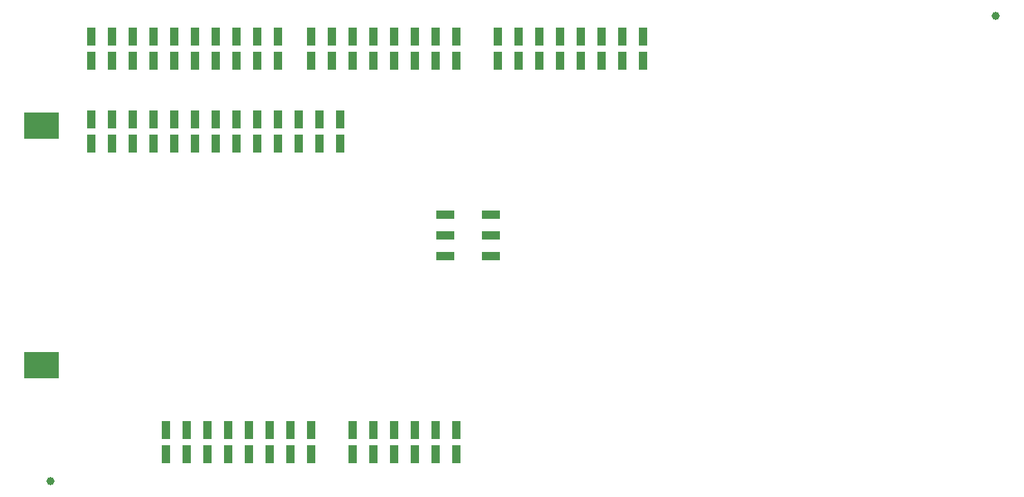
<source format=gbp>
G04*
G04 #@! TF.GenerationSoftware,Altium Limited,Altium Designer,21.3.2 (30)*
G04*
G04 Layer_Color=128*
%FSLAX24Y24*%
%MOIN*%
G70*
G04*
G04 #@! TF.SameCoordinates,6AA30765-9C08-4FBD-BEF0-21A24CA35A80*
G04*
G04*
G04 #@! TF.FilePolarity,Positive*
G04*
G01*
G75*
%ADD67R,0.0402X0.0862*%
%ADD74C,0.0394*%
%ADD241R,0.0874X0.0402*%
%ADD242R,0.1654X0.1260*%
D67*
X21000Y2423D02*
D03*
Y3577D02*
D03*
X22000D02*
D03*
Y2423D02*
D03*
X23000Y3577D02*
D03*
Y2423D02*
D03*
X25000Y3577D02*
D03*
Y2423D02*
D03*
X24000Y3577D02*
D03*
Y2423D02*
D03*
X20000D02*
D03*
Y3577D02*
D03*
X10400Y22577D02*
D03*
Y21423D02*
D03*
X9400Y22577D02*
D03*
Y21423D02*
D03*
X15400Y22577D02*
D03*
Y21423D02*
D03*
X14400D02*
D03*
Y22577D02*
D03*
X13400Y21423D02*
D03*
Y22577D02*
D03*
X11400Y21423D02*
D03*
Y22577D02*
D03*
X12400Y21423D02*
D03*
Y22577D02*
D03*
X16400D02*
D03*
Y21423D02*
D03*
X7400D02*
D03*
Y22577D02*
D03*
X8400Y21423D02*
D03*
Y22577D02*
D03*
X11000Y3577D02*
D03*
Y2423D02*
D03*
X15000D02*
D03*
Y3577D02*
D03*
X16000Y2423D02*
D03*
Y3577D02*
D03*
X14000Y2423D02*
D03*
Y3577D02*
D03*
X13000Y2423D02*
D03*
Y3577D02*
D03*
X12000D02*
D03*
Y2423D02*
D03*
X18000Y3577D02*
D03*
Y2423D02*
D03*
X17000Y3577D02*
D03*
Y2423D02*
D03*
X19400Y17423D02*
D03*
Y18577D02*
D03*
X15400Y17423D02*
D03*
Y18577D02*
D03*
X16400Y17423D02*
D03*
Y18577D02*
D03*
X7400D02*
D03*
Y17423D02*
D03*
X11400D02*
D03*
Y18577D02*
D03*
X12400Y17423D02*
D03*
Y18577D02*
D03*
X10400Y17423D02*
D03*
Y18577D02*
D03*
X9400Y17423D02*
D03*
Y18577D02*
D03*
X8400D02*
D03*
Y17423D02*
D03*
X14400Y18577D02*
D03*
Y17423D02*
D03*
X13400Y18577D02*
D03*
Y17423D02*
D03*
X17400Y18577D02*
D03*
Y17423D02*
D03*
X18400Y18577D02*
D03*
Y17423D02*
D03*
X34000Y21423D02*
D03*
Y22577D02*
D03*
X30000D02*
D03*
Y21423D02*
D03*
X29000Y22577D02*
D03*
Y21423D02*
D03*
X31000Y22577D02*
D03*
Y21423D02*
D03*
X32000Y22577D02*
D03*
Y21423D02*
D03*
X33000D02*
D03*
Y22577D02*
D03*
X27000Y21423D02*
D03*
Y22577D02*
D03*
X28000Y21423D02*
D03*
Y22577D02*
D03*
X25000Y21423D02*
D03*
Y22577D02*
D03*
X21000D02*
D03*
Y21423D02*
D03*
X20000Y22577D02*
D03*
Y21423D02*
D03*
X22000Y22577D02*
D03*
Y21423D02*
D03*
X23000Y22577D02*
D03*
Y21423D02*
D03*
X24000D02*
D03*
Y22577D02*
D03*
X18000Y21423D02*
D03*
Y22577D02*
D03*
X19000Y21423D02*
D03*
Y22577D02*
D03*
D74*
X50973Y23600D02*
D03*
X5411Y1120D02*
D03*
D241*
X24438Y12000D02*
D03*
X26662D02*
D03*
X24438Y13000D02*
D03*
Y14000D02*
D03*
X26662Y13000D02*
D03*
Y14000D02*
D03*
D242*
X4990Y6732D02*
D03*
Y18268D02*
D03*
M02*

</source>
